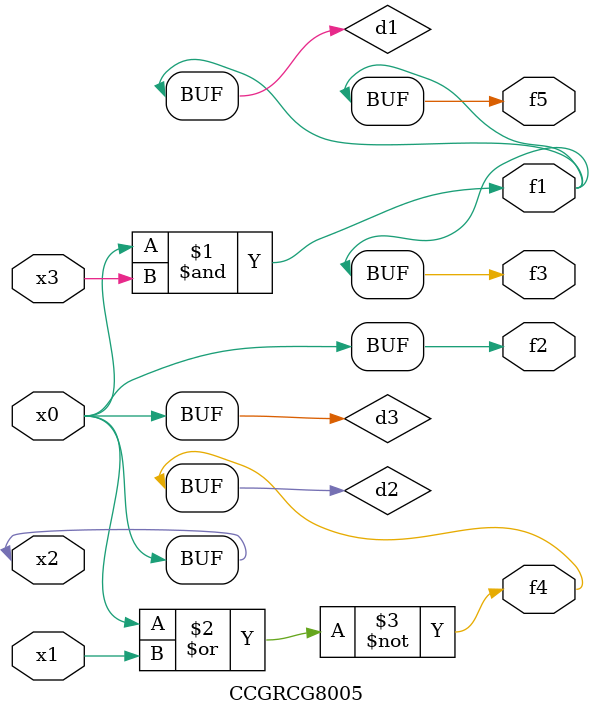
<source format=v>
module CCGRCG8005(
	input x0, x1, x2, x3,
	output f1, f2, f3, f4, f5
);

	wire d1, d2, d3;

	and (d1, x2, x3);
	nor (d2, x0, x1);
	buf (d3, x0, x2);
	assign f1 = d1;
	assign f2 = d3;
	assign f3 = d1;
	assign f4 = d2;
	assign f5 = d1;
endmodule

</source>
